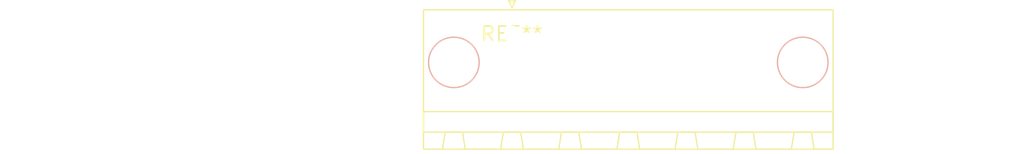
<source format=kicad_pcb>
(kicad_pcb (version 20240108) (generator pcbnew)
  (layers (0 "F.Cu" signal) (31 "B.Cu" signal) (34 "B.Paste" user) (35 "F.Paste" user) (36 "B.SilkS" user "B.Silkscreen") (37 "F.SilkS" user "F.Silkscreen") (38 "B.Mask" user) (39 "F.Mask" user) (44 "Edge.Cuts" user))
  (net 0 "")
  (footprint "PhoenixContact_MSTB_2,5_5-GF-5,08_1x05_P5.08mm_Horizontal_ThreadedFlange_MountHole" (layer "F.Cu") (at 0 0)
    (property "Reference" "REF**")
    (property "Value" "PhoenixContact_MSTB_2,5_5-GF-5,08_1x05_P5.08mm_Horizontal_ThreadedFlange_MountHole")
    (fp_circle (center -5.08 2.5) (end -2.87 2.5) (layer "B.SilkS") (stroke (width 0.12)) (fill none))
    (fp_circle (center 25.4 2.5) (end 27.61 2.5) (layer "B.SilkS") (stroke (width 0.12)) (fill none))
    (fp_line (start -7.73 -2.11) (end -7.73 10.11) (layer "F.SilkS") (stroke (width 0.12)))
    (fp_line (start -7.73 6.81) (end 28.05 6.81) (layer "F.SilkS") (stroke (width 0.12)))
    (fp_line (start -7.73 8.61) (end -7.73 6.81) (layer "F.SilkS") (stroke (width 0.12)))
    (fp_line (start -7.73 10.11) (end 28.05 10.11) (layer "F.SilkS") (stroke (width 0.12)))
    (fp_line (start -6.08 10.11) (end -4.08 10.11) (layer "F.SilkS") (stroke (width 0.12)))
    (fp_line (start -5.83 8.61) (end -6.08 10.11) (layer "F.SilkS") (stroke (width 0.12)))
    (fp_line (start -4.33 8.61) (end -5.83 8.61) (layer "F.SilkS") (stroke (width 0.12)))
    (fp_line (start -4.08 10.11) (end -4.33 8.61) (layer "F.SilkS") (stroke (width 0.12)))
    (fp_line (start -1 10.11) (end 1 10.11) (layer "F.SilkS") (stroke (width 0.12)))
    (fp_line (start -0.75 8.61) (end -1 10.11) (layer "F.SilkS") (stroke (width 0.12)))
    (fp_line (start -0.3 -2.91) (end 0.3 -2.91) (layer "F.SilkS") (stroke (width 0.12)))
    (fp_line (start 0 -2.31) (end -0.3 -2.91) (layer "F.SilkS") (stroke (width 0.12)))
    (fp_line (start 0.3 -2.91) (end 0 -2.31) (layer "F.SilkS") (stroke (width 0.12)))
    (fp_line (start 0.75 8.61) (end -0.75 8.61) (layer "F.SilkS") (stroke (width 0.12)))
    (fp_line (start 1 10.11) (end 0.75 8.61) (layer "F.SilkS") (stroke (width 0.12)))
    (fp_line (start 4.08 10.11) (end 6.08 10.11) (layer "F.SilkS") (stroke (width 0.12)))
    (fp_line (start 4.33 8.61) (end 4.08 10.11) (layer "F.SilkS") (stroke (width 0.12)))
    (fp_line (start 5.83 8.61) (end 4.33 8.61) (layer "F.SilkS") (stroke (width 0.12)))
    (fp_line (start 6.08 10.11) (end 5.83 8.61) (layer "F.SilkS") (stroke (width 0.12)))
    (fp_line (start 9.16 10.11) (end 11.16 10.11) (layer "F.SilkS") (stroke (width 0.12)))
    (fp_line (start 9.41 8.61) (end 9.16 10.11) (layer "F.SilkS") (stroke (width 0.12)))
    (fp_line (start 10.91 8.61) (end 9.41 8.61) (layer "F.SilkS") (stroke (width 0.12)))
    (fp_line (start 11.16 10.11) (end 10.91 8.61) (layer "F.SilkS") (stroke (width 0.12)))
    (fp_line (start 14.24 10.11) (end 16.24 10.11) (layer "F.SilkS") (stroke (width 0.12)))
    (fp_line (start 14.49 8.61) (end 14.24 10.11) (layer "F.SilkS") (stroke (width 0.12)))
    (fp_line (start 15.99 8.61) (end 14.49 8.61) (layer "F.SilkS") (stroke (width 0.12)))
    (fp_line (start 16.24 10.11) (end 15.99 8.61) (layer "F.SilkS") (stroke (width 0.12)))
    (fp_line (start 19.32 10.11) (end 21.32 10.11) (layer "F.SilkS") (stroke (width 0.12)))
    (fp_line (start 19.57 8.61) (end 19.32 10.11) (layer "F.SilkS") (stroke (width 0.12)))
    (fp_line (start 21.07 8.61) (end 19.57 8.61) (layer "F.SilkS") (stroke (width 0.12)))
    (fp_line (start 21.32 10.11) (end 21.07 8.61) (layer "F.SilkS") (stroke (width 0.12)))
    (fp_line (start 24.4 10.11) (end 26.4 10.11) (layer "F.SilkS") (stroke (width 0.12)))
    (fp_line (start 24.65 8.61) (end 24.4 10.11) (layer "F.SilkS") (stroke (width 0.12)))
    (fp_line (start 26.15 8.61) (end 24.65 8.61) (layer "F.SilkS") (stroke (width 0.12)))
    (fp_line (start 26.4 10.11) (end 26.15 8.61) (layer "F.SilkS") (stroke (width 0.12)))
    (fp_line (start 28.05 -2.11) (end -7.73 -2.11) (layer "F.SilkS") (stroke (width 0.12)))
    (fp_line (start 28.05 6.81) (end 28.05 8.61) (layer "F.SilkS") (stroke (width 0.12)))
    (fp_line (start 28.05 8.61) (end -7.73 8.61) (layer "F.SilkS") (stroke (width 0.12)))
    (fp_line (start 28.05 10.11) (end 28.05 -2.11) (layer "F.SilkS") (stroke (width 0.12)))
    (pad "" np_thru_hole circle (at -5.08 2.5) (size 2.4 2.4) (drill 2.4) (layers *.Cu *.Mask))
    (pad "" np_thru_hole circle (at 25.4 2.5) (size 2.4 2.4) (drill 2.4) (layers *.Cu *.Mask))
    (pad "1" thru_hole roundrect (at 0 0) (size 2.08 3.6) (drill 1.4) (layers *.Cu *.Mask) (remove_unused_layers) (roundrect_rratio 0.120192))
    (pad "2" thru_hole oval (at 5.08 0) (size 2.08 3.6) (drill 1.4) (layers *.Cu *.Mask) (remove_unused_layers))
    (pad "3" thru_hole oval (at 10.16 0) (size 2.08 3.6) (drill 1.4) (layers *.Cu *.Mask) (remove_unused_layers))
    (pad "4" thru_hole oval (at 15.24 0) (size 2.08 3.6) (drill 1.4) (layers *.Cu *.Mask) (remove_unused_layers))
    (pad "5" thru_hole oval (at 20.32 0) (size 2.08 3.6) (drill 1.4) (layers *.Cu *.Mask) (remove_unused_layers))
  )
)
</source>
